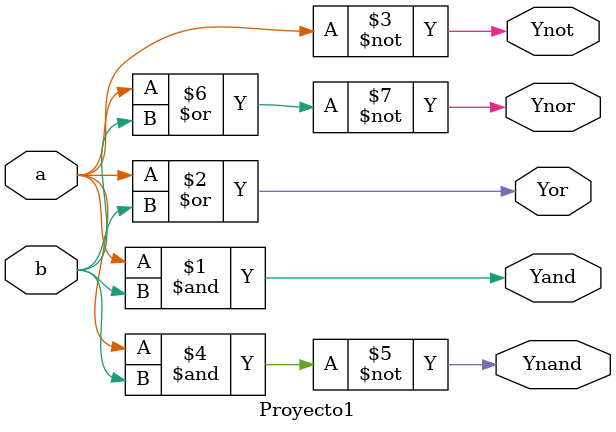
<source format=v>
module Proyecto1
(
	input a, b,
	output Yand, Yor, Ynot, Ynand, Ynor
);

assign Yand = a & b;
assign Yor = a | b;
assign Ynot = ~a;
assign Ynand = ~(a & b);
assign Ynor = ~(a | b);

endmodule

</source>
